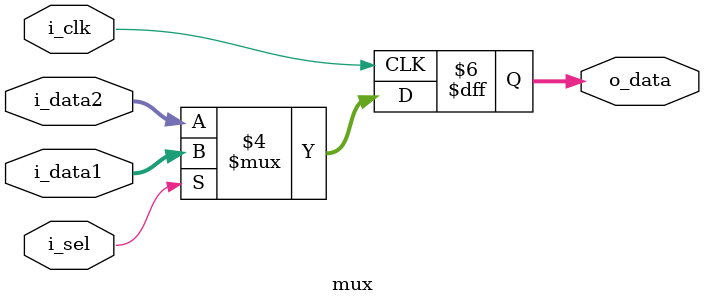
<source format=v>
/*  This mux selects the 32 bit output of a PE block
    If select line is high, it sends weight stored in the weight buffer as output
    If select line is low, it sends the computed data as an output  */
module mux (
    input i_clk,
    input i_sel,
    input [31:0] i_data1,
    input [31:0] i_data2,
    output reg [31:0] o_data = 0
);

always @(posedge i_clk) begin
    if (i_sel)
        o_data <= i_data1;
    else
        o_data <= i_data2;
end

endmodule
</source>
